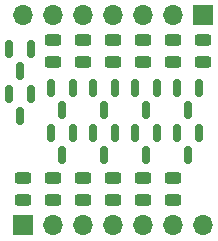
<source format=gbr>
%TF.GenerationSoftware,KiCad,Pcbnew,(6.0.2)*%
%TF.CreationDate,2023-02-28T22:47:18+08:00*%
%TF.ProjectId,OR_gate,4f525f67-6174-4652-9e6b-696361645f70,rev?*%
%TF.SameCoordinates,Original*%
%TF.FileFunction,Soldermask,Top*%
%TF.FilePolarity,Negative*%
%FSLAX46Y46*%
G04 Gerber Fmt 4.6, Leading zero omitted, Abs format (unit mm)*
G04 Created by KiCad (PCBNEW (6.0.2)) date 2023-02-28 22:47:18*
%MOMM*%
%LPD*%
G01*
G04 APERTURE LIST*
G04 Aperture macros list*
%AMRoundRect*
0 Rectangle with rounded corners*
0 $1 Rounding radius*
0 $2 $3 $4 $5 $6 $7 $8 $9 X,Y pos of 4 corners*
0 Add a 4 corners polygon primitive as box body*
4,1,4,$2,$3,$4,$5,$6,$7,$8,$9,$2,$3,0*
0 Add four circle primitives for the rounded corners*
1,1,$1+$1,$2,$3*
1,1,$1+$1,$4,$5*
1,1,$1+$1,$6,$7*
1,1,$1+$1,$8,$9*
0 Add four rect primitives between the rounded corners*
20,1,$1+$1,$2,$3,$4,$5,0*
20,1,$1+$1,$4,$5,$6,$7,0*
20,1,$1+$1,$6,$7,$8,$9,0*
20,1,$1+$1,$8,$9,$2,$3,0*%
G04 Aperture macros list end*
%ADD10RoundRect,0.150000X-0.150000X0.587500X-0.150000X-0.587500X0.150000X-0.587500X0.150000X0.587500X0*%
%ADD11RoundRect,0.243750X0.456250X-0.243750X0.456250X0.243750X-0.456250X0.243750X-0.456250X-0.243750X0*%
%ADD12RoundRect,0.243750X-0.456250X0.243750X-0.456250X-0.243750X0.456250X-0.243750X0.456250X0.243750X0*%
%ADD13R,1.700000X1.700000*%
%ADD14O,1.700000X1.700000*%
G04 APERTURE END LIST*
D10*
%TO.C,Q12*%
X73848000Y-53164500D03*
X71948000Y-53164500D03*
X72898000Y-55039500D03*
%TD*%
D11*
%TO.C,D7*%
X68580000Y-58849500D03*
X68580000Y-56974500D03*
%TD*%
%TO.C,D4*%
X76200000Y-58849500D03*
X76200000Y-56974500D03*
%TD*%
D12*
%TO.C,D6*%
X81280000Y-45290500D03*
X81280000Y-47165500D03*
%TD*%
D11*
%TO.C,D12*%
X73660000Y-58849500D03*
X73660000Y-56974500D03*
%TD*%
D12*
%TO.C,D11*%
X76200000Y-45290500D03*
X76200000Y-47165500D03*
%TD*%
%TO.C,D2*%
X78740000Y-45290500D03*
X78740000Y-47165500D03*
%TD*%
%TO.C,D9*%
X73660000Y-45290500D03*
X73660000Y-47165500D03*
%TD*%
D10*
%TO.C,Q7*%
X80960000Y-49354500D03*
X79060000Y-49354500D03*
X80010000Y-51229500D03*
%TD*%
D11*
%TO.C,D8*%
X78740000Y-58849500D03*
X78740000Y-56974500D03*
%TD*%
D10*
%TO.C,Q9*%
X70292000Y-49354500D03*
X68392000Y-49354500D03*
X69342000Y-51229500D03*
%TD*%
%TO.C,Q1*%
X66736000Y-46052500D03*
X64836000Y-46052500D03*
X65786000Y-47927500D03*
%TD*%
D13*
%TO.C,J1*%
X81280000Y-43180000D03*
D14*
X78740000Y-43180000D03*
X76200000Y-43180000D03*
X73660000Y-43180000D03*
X71120000Y-43180000D03*
X68580000Y-43180000D03*
X66040000Y-43180000D03*
%TD*%
D13*
%TO.C,J2*%
X66040000Y-60960000D03*
D14*
X68580000Y-60960000D03*
X71120000Y-60960000D03*
X73660000Y-60960000D03*
X76200000Y-60960000D03*
X78740000Y-60960000D03*
X81280000Y-60960000D03*
%TD*%
D10*
%TO.C,Q4*%
X77404000Y-53164500D03*
X75504000Y-53164500D03*
X76454000Y-55039500D03*
%TD*%
%TO.C,Q3*%
X77404000Y-49354500D03*
X75504000Y-49354500D03*
X76454000Y-51229500D03*
%TD*%
D12*
%TO.C,D5*%
X71120000Y-45290500D03*
X71120000Y-47165500D03*
%TD*%
D10*
%TO.C,Q2*%
X66736000Y-49862500D03*
X64836000Y-49862500D03*
X65786000Y-51737500D03*
%TD*%
%TO.C,Q10*%
X70292000Y-53164500D03*
X68392000Y-53164500D03*
X69342000Y-55039500D03*
%TD*%
D11*
%TO.C,D3*%
X66040000Y-58849500D03*
X66040000Y-56974500D03*
%TD*%
D10*
%TO.C,Q8*%
X80960000Y-53164500D03*
X79060000Y-53164500D03*
X80010000Y-55039500D03*
%TD*%
D11*
%TO.C,D10*%
X71120000Y-58849500D03*
X71120000Y-56974500D03*
%TD*%
D10*
%TO.C,Q11*%
X73848000Y-49354500D03*
X71948000Y-49354500D03*
X72898000Y-51229500D03*
%TD*%
D12*
%TO.C,D1*%
X68580000Y-45290500D03*
X68580000Y-47165500D03*
%TD*%
M02*

</source>
